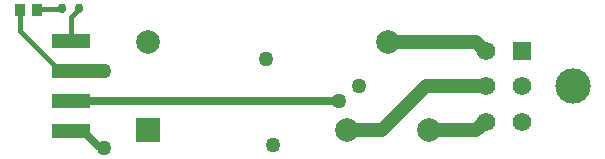
<source format=gtl>
G04*
G04 #@! TF.GenerationSoftware,Altium Limited,Altium Designer,23.8.1 (32)*
G04*
G04 Layer_Physical_Order=1*
G04 Layer_Color=255*
%FSLAX44Y44*%
%MOMM*%
G71*
G04*
G04 #@! TF.SameCoordinates,9B814528-EFA3-4082-B0EB-4300BE4F3D03*
G04*
G04*
G04 #@! TF.FilePolarity,Positive*
G04*
G01*
G75*
%ADD15R,0.6000X0.8000*%
%ADD16R,0.9000X1.1000*%
%ADD17R,3.1800X1.2700*%
%ADD21C,1.5700*%
%ADD22R,1.5700X1.5700*%
%ADD23C,3.0000*%
%ADD24C,2.0000*%
%ADD25R,2.0000X2.0000*%
%ADD27C,1.1430*%
%ADD28C,0.6350*%
%ADD29C,0.3810*%
%ADD30C,1.2700*%
D15*
X327290Y1283970D02*
D03*
X312790D02*
D03*
D16*
X291980Y1282700D02*
D03*
X276980D02*
D03*
D17*
X320723Y1256030D02*
D03*
Y1230630D02*
D03*
Y1179830D02*
D03*
Y1205230D02*
D03*
D21*
X672030Y1187930D02*
D03*
Y1217930D02*
D03*
Y1247930D02*
D03*
X702030Y1187930D02*
D03*
Y1217930D02*
D03*
D22*
Y1247930D02*
D03*
D23*
X745230Y1217930D02*
D03*
D24*
X385660Y1255430D02*
D03*
X623660Y1180430D02*
D03*
X553660D02*
D03*
X588660Y1255430D02*
D03*
D25*
X385660Y1180430D02*
D03*
D27*
X670875Y1187930D02*
X672030D01*
X623660Y1180430D02*
X663374D01*
X670875Y1187930D01*
X583530Y1180430D02*
X621030Y1217930D01*
X672030D01*
X553660Y1180430D02*
X583530D01*
X670875Y1247930D02*
X672030D01*
X588660Y1255430D02*
X663374D01*
X670875Y1247930D01*
X320723Y1230630D02*
X347980D01*
D28*
X320723Y1205230D02*
X547370D01*
X320723Y1179830D02*
X330272D01*
X343027Y1167075D01*
X346765D01*
X347980Y1165860D01*
X311173Y1230630D02*
X320723D01*
X312615Y1283335D02*
X312790Y1283510D01*
X291980Y1282700D02*
X292615Y1283335D01*
X312790Y1283510D02*
Y1283970D01*
X327290Y1283320D02*
Y1283970D01*
D29*
X276980Y1264822D02*
X311173Y1230630D01*
X276980Y1264822D02*
Y1282700D01*
X292615Y1283335D02*
X312615D01*
X320723Y1276752D02*
X327290Y1283320D01*
X320723Y1256030D02*
Y1276752D01*
D30*
X485140Y1240790D02*
D03*
X547370Y1205230D02*
D03*
X563880Y1217930D02*
D03*
X491490Y1168400D02*
D03*
X347980Y1230630D02*
D03*
Y1165860D02*
D03*
M02*

</source>
